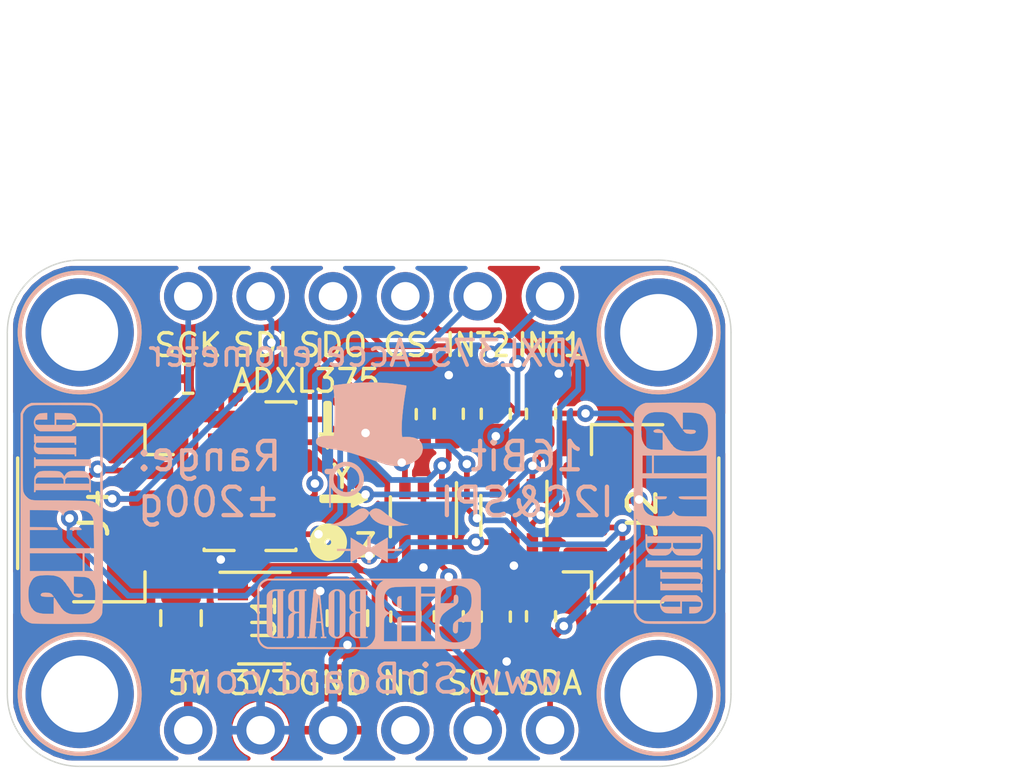
<source format=kicad_pcb>
(kicad_pcb (version 20171130) (host pcbnew "(5.1.2)-2")
  (title_block (title "ADXL375 Breakout with 5V Level Shift") (date 2020-03-11) (rev 1) (company SirBoard) (comment 1 "Digital 16 bit I2C/SPI Accelerometer") (comment 2 "Accelerometer: ±200g") (comment 3 "ADXL375 - SirBlue"))
  (layers (0 F.Cu signal) (31 B.Cu signal) (34 B.Paste user) (35 F.Paste user hide) (36 B.SilkS user hide) (37 F.SilkS user) (38 B.Mask user hide) (39 F.Mask user hide) (44 Edge.Cuts user))
  (net 0 "")
  (net 1 GND)
  (net 2 5V)
  (net 3 3V3)
  (net 4 "Net-(U1-Pad4)")
  (net 5 INT1)
  (net 6 SCL_5V)
  (net 7 SDA_3V3)
  (net 8 SDA_5V)
  (net 9 SCL_3V3)
  (net 10 CS_5V)
  (net 11 CS_3V3)
  (net 12 NC)
  (net 13 SDO_5V)
  (net 14 SDO_3V3)
  (net 15 INT2)
  (net 16 "Net-(U2-Pad10)")
  (module Package_LGA:LGA-14_3x5mm_P0.8mm_LayoutBorder1x6y (layer F.Cu) (at 61.0964 34.6644)
    (fp_text reference ADXL375 (at 1.9718 -3.3462) (layer F.SilkS) (effects (font (size 0.8 0.8) (thickness 0.12))))
    (fp_text value ADXL345)
    (pad 1 smd rect (at -1 -2) (size 0.95 0.6) (layers F.Cu F.Paste F.Mask) (net 3 3V3))
    (pad 2 smd rect (at -1 -1.2) (size 0.95 0.6) (layers F.Cu F.Paste F.Mask) (net 1 GND))
    (pad 3 smd rect (at -1 -0.4) (size 0.95 0.6) (layers F.Cu F.Paste F.Mask) (net 3 3V3))
    (pad 4 smd rect (at -1 0.4) (size 0.95 0.6) (layers F.Cu F.Paste F.Mask) (net 1 GND))
    (pad 5 smd rect (at -1 1.2) (size 0.95 0.6) (layers F.Cu F.Paste F.Mask) (net 1 GND))
    (pad 6 smd rect (at -1 2) (size 0.95 0.6) (layers F.Cu F.Paste F.Mask) (net 3 3V3))
    (pad 7 smd rect (at 0 2) (size 0.6 0.95) (layers F.Cu F.Paste F.Mask) (net 11 CS_3V3))
    (pad 8 smd rect (at 1 2) (size 0.95 0.6) (layers F.Cu F.Paste F.Mask) (net 5 INT1))
    (pad 9 smd rect (at 1 1.2) (size 0.95 0.6) (layers F.Cu F.Paste F.Mask) (net 15 INT2))
    (pad 10 smd rect (at 1 0.4) (size 0.95 0.6) (layers F.Cu F.Paste F.Mask) (net 16 "Net-(U2-Pad10)"))
    (pad 11 smd rect (at 1 -0.4) (size 0.95 0.6) (layers F.Cu F.Paste F.Mask) (net 1 GND))
    (pad 12 smd rect (at 1 -1.2) (size 0.95 0.6) (layers F.Cu F.Paste F.Mask) (net 14 SDO_3V3))
    (pad 13 smd rect (at 1 -2) (size 0.95 0.6) (layers F.Cu F.Paste F.Mask) (net 7 SDA_3V3))
    (pad 14 smd rect (at 0 -2) (size 0.6 0.95) (layers F.Cu F.Paste F.Mask) (net 9 SCL_3V3))
  )
  (module Capacitor_SMD:C_0603_1608Metric (layer F.Cu) (at 58.928 31.242 180)
    (fp_text reference C2 hide)
    (fp_text value 100nF)
    (pad 2 smd roundrect (at 0.7875 0 180) (size 0.875 0.95) (layers F.Cu F.Paste F.Mask) (net 1 GND))
    (pad 1 smd roundrect (at -0.7875 0 180) (size 0.875 0.95) (layers F.Cu F.Paste F.Mask) (net 3 3V3))
  )
  (module logo:SirBoard79x25 (layer B.Cu) (at 65.278 39.497 180)
    (fp_text reference G*** hide)
    (fp_text value LOGO hide)
  )
  (module logo:logo63x89 (layer B.Cu) (at 65.278 34.544 180)
    (fp_text reference G*** hide)
    (fp_text value LOGO hide)
  )
  (module logo:SirBlue78x29 (layer B.Cu) (at 76.0095 35.9664 270)
    (fp_text reference G*** hide)
    (fp_text value LOGO hide)
  )
  (module logo:SirBlue78x29 (layer B.Cu) (at 54.483 35.9664 90)
    (fp_text reference G*** hide)
    (fp_text value LOGO hide)
  )
  (module Connector_PinHeader_2.54mm:PinHeader_1x06_P2.54mm_Vertical (layer B.Cu) (at 58.928 28.3464 270)
    (fp_text reference J3 hide)
    (fp_text value Conn_01x06)
    (pad 1 thru_hole circle (at 0 0 270) (size 1.7 1.7) (drill 1) (layers *.Cu *.Mask) (net 6 SCL_5V))
    (pad 2 thru_hole oval (at 0 -2.54 270) (size 1.7 1.7) (drill 1) (layers *.Cu *.Mask) (net 8 SDA_5V))
    (pad 3 thru_hole oval (at 0 -5.08 270) (size 1.7 1.7) (drill 1) (layers *.Cu *.Mask) (net 13 SDO_5V))
    (pad 4 thru_hole oval (at 0 -7.62 270) (size 1.7 1.7) (drill 1) (layers *.Cu *.Mask) (net 10 CS_5V))
    (pad 5 thru_hole oval (at 0 -10.16 270) (size 1.7 1.7) (drill 1) (layers *.Cu *.Mask) (net 15 INT2))
    (pad 6 thru_hole oval (at 0 -12.7 270) (size 1.7 1.7) (drill 1) (layers *.Cu *.Mask) (net 5 INT1))
  )
  (module Connector_PinHeader_2.54mm:PinHeader_1x06_P2.54mm_Vertical (layer B.Cu) (at 58.928 43.5864 270)
    (fp_text reference J1 hide)
    (fp_text value Conn_01x06)
    (pad 6 thru_hole oval (at 0 -12.7 270) (size 1.7 1.7) (drill 1) (layers *.Cu *.Mask) (net 8 SDA_5V))
    (pad 5 thru_hole oval (at 0 -10.16 270) (size 1.7 1.7) (drill 1) (layers *.Cu *.Mask) (net 6 SCL_5V))
    (pad 4 thru_hole oval (at 0 -7.62 270) (size 1.7 1.7) (drill 1) (layers *.Cu *.Mask) (net 12 NC))
    (pad 3 thru_hole oval (at 0 -5.08 270) (size 1.7 1.7) (drill 1) (layers *.Cu *.Mask) (net 1 GND))
    (pad 2 thru_hole oval (at 0 -2.54 270) (size 1.7 1.7) (drill 1) (layers *.Cu *.Mask) (net 3 3V3))
    (pad 1 thru_hole circle (at 0 0 270) (size 1.7 1.7) (drill 1) (layers *.Cu *.Mask) (net 2 5V))
  )
  (module Package_TO_SOT_SMD:SOT-23-5 (layer F.Cu) (at 61.595 39.6494)
    (fp_text reference U1 (at 0 0 90) (layer F.SilkS) (effects (font (size 0.8 0.8) (thickness 0.12))))
    (fp_text value AP2127K-3.3)
    (pad 5 smd rect (at 1.1 -0.95) (size 1.06 0.65) (layers F.Cu F.Paste F.Mask) (net 3 3V3))
    (pad 4 smd rect (at 1.1 0.95) (size 1.06 0.65) (layers F.Cu F.Paste F.Mask) (net 4 "Net-(U1-Pad4)"))
    (pad 3 smd rect (at -1.1 0.95) (size 1.06 0.65) (layers F.Cu F.Paste F.Mask) (net 2 5V))
    (pad 2 smd rect (at -1.1 0) (size 1.06 0.65) (layers F.Cu F.Paste F.Mask) (net 1 GND))
    (pad 1 smd rect (at -1.1 -0.95) (size 1.06 0.65) (layers F.Cu F.Paste F.Mask) (net 2 5V))
  )
  (module Connector_JST:JST_SH_SM04B-SRSS-TB_1x04-1MP_P1.00mm_Horizontal (layer F.Cu) (at 55.626 35.9664 270)
    (fp_text reference J4 (at 0 0 270) (layer F.SilkS))
    (fp_text value Conn_01x04)
    (pad MP smd roundrect (at 2.8 1.875 270) (size 1.2 1.8) (layers F.Cu F.Paste F.Mask) (roundrect_rratio 0.208333))
    (pad MP smd roundrect (at -2.8 1.875 270) (size 1.2 1.8) (layers F.Cu F.Paste F.Mask) (roundrect_rratio 0.208333))
    (pad 4 smd roundrect (at 1.5 -2 270) (size 0.6 1.55) (layers F.Cu F.Paste F.Mask) (net 1 GND))
    (pad 3 smd roundrect (at 0.5 -2 270) (size 0.6 1.55) (layers F.Cu F.Paste F.Mask) (net 2 5V))
    (pad 2 smd roundrect (at -0.5 -2 270) (size 0.6 1.55) (layers F.Cu F.Paste F.Mask) (net 8 SDA_5V))
    (pad 1 smd roundrect (at -1.5 -2 270) (size 0.6 1.55) (layers F.Cu F.Paste F.Mask) (net 6 SCL_5V))
  )
  (module Connector_JST:JST_SH_SM04B-SRSS-TB_1x04-1MP_P1.00mm_Horizontal (layer F.Cu) (at 74.8665 35.9664 90)
    (fp_text reference J2 (at 0 0 90) (layer F.SilkS))
    (fp_text value Conn_01x04)
    (pad MP smd roundrect (at 2.8 1.875 90) (size 1.2 1.8) (layers F.Cu F.Paste F.Mask) (roundrect_rratio 0.208333))
    (pad MP smd roundrect (at -2.8 1.875 90) (size 1.2 1.8) (layers F.Cu F.Paste F.Mask) (roundrect_rratio 0.208333))
    (pad 4 smd roundrect (at 1.5 -2 90) (size 0.6 1.55) (layers F.Cu F.Paste F.Mask) (net 1 GND))
    (pad 3 smd roundrect (at 0.5 -2 90) (size 0.6 1.55) (layers F.Cu F.Paste F.Mask) (net 2 5V))
    (pad 2 smd roundrect (at -0.5 -2 90) (size 0.6 1.55) (layers F.Cu F.Paste F.Mask) (net 8 SDA_5V))
    (pad 1 smd roundrect (at -1.5 -2 90) (size 0.6 1.55) (layers F.Cu F.Paste F.Mask) (net 6 SCL_5V))
  )
  (module Capacitor_SMD:C_0805_2012Metric (layer F.Cu) (at 64.516 39.6494 270)
    (fp_text reference C4 hide)
    (fp_text value 10uF)
    (pad 2 smd roundrect (at 0.9375 0 270) (size 0.975 1.4) (layers F.Cu F.Paste F.Mask) (net 1 GND))
    (pad 1 smd roundrect (at -0.9375 0 270) (size 0.975 1.4) (layers F.Cu F.Paste F.Mask) (net 3 3V3))
  )
  (module Capacitor_SMD:C_0805_2012Metric (layer F.Cu) (at 58.674 39.6494 90)
    (fp_text reference C1 hide)
    (fp_text value 10uF)
    (pad 2 smd roundrect (at 0.9375 0 90) (size 0.975 1.4) (layers F.Cu F.Paste F.Mask) (net 1 GND))
    (pad 1 smd roundrect (at -0.9375 0 90) (size 0.975 1.4) (layers F.Cu F.Paste F.Mask) (net 2 5V))
  )
  (module SirBoardLibrary:MountingHole_M2.5_SirBoard (layer F.Cu) (at 55.118 42.3164 270)
    (fp_text reference H1 hide)
    (fp_text value MountingHole)
    (pad 1 thru_hole circle (at 0 0 270) (size 3.8 3.8) (drill 2.7) (layers *.Cu *.Mask))
  )
  (module SirBoardLibrary:MountingHole_M2.5_SirBoard (layer F.Cu) (at 55.118 29.6164 270)
    (fp_text reference H2 hide)
    (fp_text value MountingHole)
    (pad 1 thru_hole circle (at 0 0 270) (size 3.8 3.8) (drill 2.7) (layers *.Cu *.Mask))
  )
  (module SirBoardLibrary:MountingHole_M2.5_SirBoard (layer F.Cu) (at 75.438 42.3164 90)
    (fp_text reference H3 hide)
    (fp_text value MountingHole)
    (pad 1 thru_hole circle (at 0 0 90) (size 3.8 3.8) (drill 2.7) (layers *.Cu *.Mask))
  )
  (module SirBoardLibrary:MountingHole_M2.5_SirBoard (layer F.Cu) (at 75.438 29.6164 90)
    (fp_text reference H4 hide)
    (fp_text value MountingHole)
    (pad 1 thru_hole circle (at 0 0 90) (size 3.8 3.8) (drill 2.7) (layers *.Cu *.Mask))
  )
  (module Resistor_SMD:R_0603_1608Metric (layer F.Cu) (at 66.421 32.4866 270)
    (fp_text reference R8 hide)
    (fp_text value 10K)
    (pad 2 smd roundrect (at 0.7875 0 270) (size 0.875 0.95) (layers F.Cu F.Paste F.Mask) (net 8 SDA_5V))
    (pad 1 smd roundrect (at -0.7875 0 270) (size 0.875 0.95) (layers F.Cu F.Paste F.Mask) (net 2 5V))
  )
  (module Resistor_SMD:R_0603_1608Metric (layer F.Cu) (at 66.548 39.5986 270)
    (fp_text reference R7 hide)
    (fp_text value 10K)
    (pad 2 smd roundrect (at 0.7875 0 270) (size 0.875 0.95) (layers F.Cu F.Paste F.Mask) (net 3 3V3))
    (pad 1 smd roundrect (at -0.7875 0 270) (size 0.875 0.95) (layers F.Cu F.Paste F.Mask) (net 7 SDA_3V3))
  )
  (module Resistor_SMD:R_0603_1608Metric (layer F.Cu) (at 68.072 39.5859 90)
    (fp_text reference R6 hide)
    (fp_text value 10K)
    (pad 2 smd roundrect (at 0.7875 0 90) (size 0.875 0.95) (layers F.Cu F.Paste F.Mask) (net 6 SCL_5V))
    (pad 1 smd roundrect (at -0.7875 0 90) (size 0.875 0.95) (layers F.Cu F.Paste F.Mask) (net 2 5V))
  )
  (module Resistor_SMD:R_0603_1608Metric (layer F.Cu) (at 68.072 32.4739 90)
    (fp_text reference R5 hide)
    (fp_text value 10K)
    (pad 2 smd roundrect (at 0.7875 0 90) (size 0.875 0.95) (layers F.Cu F.Paste F.Mask) (net 3 3V3))
    (pad 1 smd roundrect (at -0.7875 0 90) (size 0.875 0.95) (layers F.Cu F.Paste F.Mask) (net 9 SCL_3V3))
  )
  (module Resistor_SMD:R_0603_1608Metric (layer F.Cu) (at 69.723 32.4739 270)
    (fp_text reference R4 hide)
    (fp_text value 10K)
    (pad 2 smd roundrect (at 0.7875 0 270) (size 0.875 0.95) (layers F.Cu F.Paste F.Mask) (net 10 CS_5V))
    (pad 1 smd roundrect (at -0.7875 0 270) (size 0.875 0.95) (layers F.Cu F.Paste F.Mask) (net 2 5V))
  )
  (module Resistor_SMD:R_0603_1608Metric (layer F.Cu) (at 69.723 39.5986 270)
    (fp_text reference R3 hide)
    (fp_text value 10K)
    (pad 2 smd roundrect (at 0.7875 0 270) (size 0.875 0.95) (layers F.Cu F.Paste F.Mask) (net 3 3V3))
    (pad 1 smd roundrect (at -0.7875 0 270) (size 0.875 0.95) (layers F.Cu F.Paste F.Mask) (net 11 CS_3V3))
  )
  (module Resistor_SMD:R_0603_1608Metric (layer F.Cu) (at 71.3105 39.5859 90)
    (fp_text reference R2 hide)
    (fp_text value 10K)
    (pad 2 smd roundrect (at 0.7875 0 90) (size 0.875 0.95) (layers F.Cu F.Paste F.Mask) (net 13 SDO_5V))
    (pad 1 smd roundrect (at -0.7875 0 90) (size 0.875 0.95) (layers F.Cu F.Paste F.Mask) (net 2 5V))
  )
  (module Resistor_SMD:R_0603_1608Metric (layer F.Cu) (at 71.3105 32.4739 90)
    (fp_text reference R1 hide)
    (fp_text value 10K)
    (pad 2 smd roundrect (at 0.7875 0 90) (size 0.875 0.95) (layers F.Cu F.Paste F.Mask) (net 3 3V3))
    (pad 1 smd roundrect (at -0.7875 0 90) (size 0.875 0.95) (layers F.Cu F.Paste F.Mask) (net 14 SDO_3V3))
  )
  (module Package_TO_SOT_SMD:SOT-363_SC-70-6 (layer F.Cu) (at 67.183 36.0934 270)
    (fp_text reference Q2 hide)
    (fp_text value BSS138DW)
    (pad 6 smd rect (at 0.95 -0.65 270) (size 0.65 0.4) (layers F.Cu F.Paste F.Mask) (net 6 SCL_5V))
    (pad 4 smd rect (at 0.95 0.65 270) (size 0.65 0.4) (layers F.Cu F.Paste F.Mask) (net 7 SDA_3V3))
    (pad 2 smd rect (at -0.95 0 270) (size 0.65 0.4) (layers F.Cu F.Paste F.Mask) (net 3 3V3))
    (pad 5 smd rect (at 0.95 0 270) (size 0.65 0.4) (layers F.Cu F.Paste F.Mask) (net 3 3V3))
    (pad 3 smd rect (at -0.95 0.65 270) (size 0.65 0.4) (layers F.Cu F.Paste F.Mask) (net 8 SDA_5V))
    (pad 1 smd rect (at -0.95 -0.65 270) (size 0.65 0.4) (layers F.Cu F.Paste F.Mask) (net 9 SCL_3V3))
  )
  (module Package_TO_SOT_SMD:SOT-363_SC-70-6 (layer F.Cu) (at 70.358 36.0426 270)
    (fp_text reference Q1 hide)
    (fp_text value BSS138DW)
    (pad 6 smd rect (at 0.95 -0.65 270) (size 0.65 0.4) (layers F.Cu F.Paste F.Mask) (net 13 SDO_5V))
    (pad 4 smd rect (at 0.95 0.65 270) (size 0.65 0.4) (layers F.Cu F.Paste F.Mask) (net 11 CS_3V3))
    (pad 2 smd rect (at -0.95 0 270) (size 0.65 0.4) (layers F.Cu F.Paste F.Mask) (net 3 3V3))
    (pad 5 smd rect (at 0.95 0 270) (size 0.65 0.4) (layers F.Cu F.Paste F.Mask) (net 3 3V3))
    (pad 3 smd rect (at -0.95 0.65 270) (size 0.65 0.4) (layers F.Cu F.Paste F.Mask) (net 10 CS_5V))
    (pad 1 smd rect (at -0.95 -0.65 270) (size 0.65 0.4) (layers F.Cu F.Paste F.Mask) (net 14 SDO_3V3))
  )
  (gr_line (start 65.1764 35.4584) (end 64.6938 35.7124) (layer F.SilkS) (width 0.12))
  (gr_line (start 65.1764 35.4584) (end 64.6938 35.179) (layer F.SilkS) (width 0.12))
  (gr_line (start 63.627 35.5092) (end 64.9986 35.5092) (layer F.SilkS) (width 0.2))
  (gr_line (start 63.627 35.4076) (end 64.9986 35.4076) (layer F.SilkS) (width 0.2))
  (gr_line (start 63.627 35.4584) (end 64.9986 35.4584) (layer F.SilkS) (width 0.2))
  (gr_line (start 64.6938 35.179) (end 64.6938 35.7124) (layer F.SilkS) (width 0.12))
  (gr_line (start 64.77 35.2552) (end 64.77 35.6362) (layer F.SilkS) (width 0.12))
  (gr_line (start 64.0207 33.2613) (end 63.6397 33.2613) (layer F.SilkS) (width 0.12))
  (gr_line (start 64.0969 33.1851) (end 63.5635 33.1851) (layer F.SilkS) (width 0.12))
  (gr_line (start 63.8175 32.1183) (end 63.8175 33.4899) (layer F.SilkS) (width 0.2))
  (gr_line (start 63.8683 32.1183) (end 63.8683 33.4899) (layer F.SilkS) (width 0.2))
  (gr_line (start 63.7667 32.1183) (end 63.7667 33.4899) (layer F.SilkS) (width 0.2))
  (gr_line (start 63.8175 33.6677) (end 64.0969 33.1851) (layer F.SilkS) (width 0.12))
  (gr_line (start 63.8175 33.6677) (end 63.5635 33.1851) (layer F.SilkS) (width 0.12))
  (gr_circle (center 63.8429 36.9824) (end 64.4017 36.9824) (layer F.SilkS) (width 0.2))
  (gr_circle (center 63.8429 36.9824) (end 63.9429 36.9824) (layer F.SilkS) (width 0.4))
  (gr_text X (at 64.7065 32.8422) (layer F.SilkS) (effects (font (size 0.8 0.8) (thickness 0.13))))
  (gr_text Z (at 65.151 37.0205 180) (layer F.SilkS) (effects (font (size 0.8 0.8) (thickness 0.13))))
  (gr_text Y (at 64.3255 34.6837) (layer F.SilkS) (effects (font (size 0.8 0.8) (thickness 0.13))))
  (gr_text "Range:\n±200g" (at 59.6646 34.7726) (layer B.SilkS) (effects (font (size 1 1)) (justify mirror)))
  (gr_text "ADXL375 Accelerometer" (at 65.278 30.353) (layer B.SilkS) (effects (font (size 0.9 0.87) (thickness 0.13)) (justify mirror)))
  (gr_text "16Bit\nI2C&SPI" (at 70.8152 34.7726) (layer B.SilkS) (effects (font (size 1 1)) (justify mirror)))
  (gr_text INT1 (at 71.628 30.0609) (layer F.SilkS) (effects (font (size 0.8 0.7) (thickness 0.12))))
  (gr_text INT2 (at 69.088 30.0609) (layer F.SilkS) (effects (font (size 0.8 0.7) (thickness 0.12))))
  (gr_text SCK (at 58.928 30.0609) (layer F.SilkS) (effects (font (size 0.8 0.8) (thickness 0.12))))
  (gr_text SDI (at 61.468 30.0609) (layer F.SilkS) (effects (font (size 0.8 0.8) (thickness 0.12))))
  (gr_text SDO (at 64.008 30.0609) (layer F.SilkS) (effects (font (size 0.8 0.8) (thickness 0.12))))
  (gr_text CS (at 66.548 30.0609) (layer F.SilkS) (effects (font (size 0.8 0.8) (thickness 0.12))))
  (gr_text 5V (at 58.928 41.9354) (layer F.SilkS) (effects (font (size 0.8 0.8) (thickness 0.12))))
  (gr_text 3V3 (at 61.468 41.9354) (layer F.SilkS) (effects (font (size 0.8 0.8) (thickness 0.12))))
  (gr_text GND (at 64.008 41.9354) (layer F.SilkS) (effects (font (size 0.8 0.8) (thickness 0.12))))
  (gr_text NC (at 66.548 41.9354) (layer F.SilkS) (effects (font (size 0.8 0.8) (thickness 0.12))))
  (gr_text SCL (at 69.088 41.9354) (layer F.SilkS) (effects (font (size 0.8 0.8) (thickness 0.12))))
  (gr_text SDA (at 71.628 41.9354) (layer F.SilkS) (effects (font (size 0.8 0.8) (thickness 0.12))))
  (gr_arc (start 55.118 29.6164) (end 55.118 27.0764) (angle -90) (layer Edge.Cuts) (width 0.05))
  (gr_arc (start 75.438 29.6164) (end 77.978 29.6164) (angle -90) (layer Edge.Cuts) (width 0.05))
  (gr_arc (start 75.438 42.3164) (end 75.438 44.8564) (angle -90) (layer Edge.Cuts) (width 0.05))
  (gr_arc (start 55.118 42.3164) (end 52.578 42.3164) (angle -90) (layer Edge.Cuts) (width 0.05))
  (gr_line (start 52.578 42.3164) (end 52.578 29.6164) (layer Edge.Cuts) (width 0.05))
  (gr_line (start 55.118 27.0764) (end 75.438 27.0764) (layer Edge.Cuts) (width 0.05))
  (gr_line (start 77.978 29.6164) (end 77.978 42.3164) (layer Edge.Cuts) (width 0.05))
  (gr_line (start 75.438 44.8564) (end 55.118 44.8564) (layer Edge.Cuts) (width 0.05))
  (gr_text www.SirBoard.com (at 65.278 41.783) (layer B.SilkS) (effects (font (size 1 1) (thickness 0.13)) (justify mirror)))
  (via (at 64.516 40.5892) (size 0.6) (drill 0.3) (layers F.Cu B.Cu) (net 1))
  (segment (start 64.008 41.0972) (end 64.516 40.5892) (width 0.3) (layer B.Cu) (net 1))
  (segment (start 64.008 43.5864) (end 64.008 41.0972) (width 0.3) (layer B.Cu) (net 1))
  (segment (start 60.087 35.071) (end 60.087 35.871) (width 0.2) (layer F.Cu) (net 1))
  (segment (start 60.762 35.071) (end 60.087 35.071) (width 0.2) (layer F.Cu) (net 1))
  (segment (start 61.087 34.746) (end 60.762 35.071) (width 0.2) (layer F.Cu) (net 1))
  (segment (start 60.087 33.471) (end 60.762 33.471) (width 0.2) (layer F.Cu) (net 1))
  (segment (start 60.762 33.471) (end 61.087 33.796) (width 0.2) (layer F.Cu) (net 1))
  (segment (start 61.106 34.271) (end 61.087 34.29) (width 0.2) (layer F.Cu) (net 1))
  (segment (start 62.087 34.271) (end 61.106 34.271) (width 0.2) (layer F.Cu) (net 1))
  (segment (start 61.087 33.796) (end 61.087 34.29) (width 0.2) (layer F.Cu) (net 1))
  (segment (start 61.087 34.29) (end 61.087 34.746) (width 0.2) (layer F.Cu) (net 1))
  (segment (start 58.674 40.5869) (end 58.674 41.7449) (width 0.3) (layer F.Cu) (net 2))
  (segment (start 58.928 41.9989) (end 58.928 43.5864) (width 0.3) (layer F.Cu) (net 2))
  (segment (start 58.674 41.7449) (end 58.928 41.9989) (width 0.3) (layer F.Cu) (net 2))
  (segment (start 58.6865 40.5994) (end 58.674 40.5869) (width 0.3) (layer F.Cu) (net 2))
  (segment (start 60.495 40.5994) (end 58.6865 40.5994) (width 0.3) (layer F.Cu) (net 2))
  (segment (start 61.2165 40.5994) (end 60.495 40.5994) (width 0.3) (layer F.Cu) (net 2))
  (segment (start 61.468 40.3479) (end 61.2165 40.5994) (width 0.3) (layer F.Cu) (net 2))
  (segment (start 61.468 38.9509) (end 61.468 40.3479) (width 0.3) (layer F.Cu) (net 2))
  (segment (start 60.495 38.6994) (end 61.2165 38.6994) (width 0.3) (layer F.Cu) (net 2))
  (segment (start 61.2165 38.6994) (end 61.468 38.9509) (width 0.3) (layer F.Cu) (net 2))
  (segment (start 70.848888 39.911788) (end 71.3105 40.3734) (width 0.2) (layer F.Cu) (net 2))
  (segment (start 70.523 39.5859) (end 70.848888 39.911788) (width 0.2) (layer F.Cu) (net 2))
  (segment (start 68.072 40.3734) (end 68.8595 39.5859) (width 0.2) (layer F.Cu) (net 2))
  (segment (start 68.8595 39.5859) (end 70.523 39.5859) (width 0.2) (layer F.Cu) (net 2))
  (segment (start 69.261388 32.148012) (end 69.723 31.6864) (width 0.2) (layer F.Cu) (net 2))
  (segment (start 68.9355 32.4739) (end 69.261388 32.148012) (width 0.2) (layer F.Cu) (net 2))
  (segment (start 66.421 31.6991) (end 67.1958 32.4739) (width 0.2) (layer F.Cu) (net 2))
  (segment (start 67.1958 32.4739) (end 68.9355 32.4739) (width 0.2) (layer F.Cu) (net 2))
  (segment (start 68.072 40.3734) (end 66.637 41.8084) (width 0.3) (layer F.Cu) (net 2))
  (segment (start 66.637 41.8084) (end 60.96 41.8084) (width 0.3) (layer F.Cu) (net 2))
  (segment (start 60.495 41.3434) (end 60.495 40.5994) (width 0.3) (layer F.Cu) (net 2))
  (segment (start 60.96 41.8084) (end 60.495 41.3434) (width 0.3) (layer F.Cu) (net 2))
  (via (at 72.1106 39.9288) (size 0.6) (drill 0.3) (layers F.Cu B.Cu) (net 2))
  (segment (start 71.3105 40.3734) (end 71.666 40.3734) (width 0.3) (layer F.Cu) (net 2))
  (segment (start 71.666 40.3734) (end 72.1106 39.9288) (width 0.3) (layer F.Cu) (net 2))
  (segment (start 72.1106 39.9288) (end 75.1078 36.9316) (width 0.3) (layer B.Cu) (net 2))
  (via (at 74.7522 35.4838) (size 0.6) (drill 0.3) (layers F.Cu B.Cu) (net 2))
  (segment (start 75.1078 36.9316) (end 75.1078 35.8394) (width 0.3) (layer B.Cu) (net 2))
  (segment (start 75.1078 35.8394) (end 74.7522 35.4838) (width 0.3) (layer B.Cu) (net 2))
  (segment (start 72.8839 35.4838) (end 72.8665 35.4664) (width 0.3) (layer F.Cu) (net 2))
  (segment (start 74.7522 35.4838) (end 72.8839 35.4838) (width 0.3) (layer F.Cu) (net 2))
  (segment (start 70.4978 32.4612) (end 72.8726 32.4612) (width 0.2) (layer F.Cu) (net 2))
  (segment (start 69.723 31.6864) (end 70.4978 32.4612) (width 0.2) (layer F.Cu) (net 2))
  (via (at 72.8726 32.4612) (size 0.6) (drill 0.3) (layers F.Cu B.Cu) (net 2))
  (segment (start 74.7522 33.1216) (end 74.7522 35.4838) (width 0.2) (layer B.Cu) (net 2))
  (segment (start 72.8726 32.4612) (end 74.0918 32.4612) (width 0.2) (layer B.Cu) (net 2))
  (segment (start 74.0918 32.4612) (end 74.7522 33.1216) (width 0.2) (layer B.Cu) (net 2))
  (segment (start 57.5541 40.5869) (end 58.674 40.5869) (width 0.3) (layer F.Cu) (net 2))
  (segment (start 55.7784 38.8112) (end 57.5541 40.5869) (width 0.3) (layer F.Cu) (net 2))
  (segment (start 55.7784 37.0586) (end 55.7784 38.8112) (width 0.3) (layer F.Cu) (net 2))
  (segment (start 57.626 36.4664) (end 56.3706 36.4664) (width 0.3) (layer F.Cu) (net 2))
  (segment (start 56.3706 36.4664) (end 55.7784 37.0586) (width 0.3) (layer F.Cu) (net 2))
  (segment (start 64.5035 38.6994) (end 64.516 38.7119) (width 0.3) (layer F.Cu) (net 3))
  (segment (start 62.695 38.6994) (end 63.561 38.6994) (width 0.3) (layer F.Cu) (net 3))
  (segment (start 63.561 38.6994) (end 64.5035 38.6994) (width 0.3) (layer F.Cu) (net 3))
  (via (at 63.561 38.6994) (size 0.6) (drill 0.3) (layers F.Cu B.Cu) (net 3))
  (segment (start 66.1902 40.3861) (end 66.548 40.3861) (width 0.2) (layer F.Cu) (net 3))
  (segment (start 64.516 38.7119) (end 66.1902 40.3861) (width 0.2) (layer F.Cu) (net 3))
  (segment (start 67.183 37.0434) (end 67.183 35.1434) (width 0.2) (layer F.Cu) (net 3))
  (segment (start 70.358 35.0926) (end 70.358 36.9926) (width 0.2) (layer F.Cu) (net 3))
  (via (at 67.183 37.8714) (size 0.6) (drill 0.3) (layers F.Cu B.Cu) (net 3))
  (segment (start 67.183 37.0434) (end 67.183 37.8714) (width 0.2) (layer F.Cu) (net 3))
  (via (at 70.358 37.8079) (size 0.6) (drill 0.3) (layers F.Cu B.Cu) (net 3))
  (segment (start 70.358 36.9926) (end 70.358 37.8079) (width 0.2) (layer F.Cu) (net 3))
  (via (at 70.104 41.1734) (size 0.6) (drill 0.3) (layers F.Cu B.Cu) (net 3))
  (segment (start 69.723 40.3861) (end 69.723 40.7924) (width 0.2) (layer F.Cu) (net 3))
  (segment (start 69.723 40.7924) (end 70.104 41.1734) (width 0.2) (layer F.Cu) (net 3))
  (via (at 71.9328 31.0642) (size 0.6) (drill 0.3) (layers F.Cu B.Cu) (net 3))
  (segment (start 71.3105 31.6864) (end 71.3106 31.6864) (width 0.3) (layer F.Cu) (net 3))
  (segment (start 71.3106 31.6864) (end 71.9328 31.0642) (width 0.3) (layer F.Cu) (net 3))
  (segment (start 60.087 31.6135) (end 59.7155 31.242) (width 0.2) (layer F.Cu) (net 3))
  (segment (start 60.087 32.671) (end 60.087 31.6135) (width 0.2) (layer F.Cu) (net 3))
  (segment (start 59.182 34.041) (end 59.412 34.271) (width 0.2) (layer F.Cu) (net 3))
  (segment (start 59.182 32.901) (end 59.182 34.041) (width 0.2) (layer F.Cu) (net 3))
  (segment (start 60.087 32.671) (end 59.412 32.671) (width 0.2) (layer F.Cu) (net 3))
  (segment (start 59.412 32.671) (end 59.182 32.901) (width 0.2) (layer F.Cu) (net 3))
  (segment (start 59.412 34.271) (end 60.087 34.271) (width 0.2) (layer F.Cu) (net 3))
  (segment (start 59.182 34.501) (end 59.412 34.271) (width 0.2) (layer F.Cu) (net 3))
  (segment (start 59.182 36.441) (end 59.182 34.501) (width 0.2) (layer F.Cu) (net 3))
  (segment (start 60.087 36.671) (end 59.412 36.671) (width 0.2) (layer F.Cu) (net 3))
  (segment (start 59.412 36.671) (end 59.182 36.441) (width 0.2) (layer F.Cu) (net 3))
  (via (at 60.071 37.592) (size 0.6) (drill 0.3) (layers F.Cu B.Cu) (net 3))
  (segment (start 60.087 36.671) (end 60.087 37.576) (width 0.2) (layer F.Cu) (net 3))
  (segment (start 60.087 37.576) (end 60.071 37.592) (width 0.2) (layer F.Cu) (net 3))
  (segment (start 68.072 31.115004) (end 68.071996 31.115) (width 0.3) (layer F.Cu) (net 3))
  (segment (start 68.072 31.6864) (end 68.072 31.115004) (width 0.3) (layer F.Cu) (net 3))
  (via (at 68.071996 31.115) (size 0.6) (drill 0.3) (layers F.Cu B.Cu) (net 3))
  (via (at 63.5 36.703) (size 0.6) (drill 0.3) (layers F.Cu B.Cu) (net 5))
  (segment (start 62.119 36.703) (end 62.087 36.671) (width 0.2) (layer F.Cu) (net 5))
  (segment (start 63.5 36.703) (end 62.119 36.703) (width 0.2) (layer F.Cu) (net 5))
  (segment (start 67.419038 30.734) (end 65.532 30.734) (width 0.2) (layer B.Cu) (net 5))
  (segment (start 65.532 30.734) (end 64.262 32.004) (width 0.2) (layer B.Cu) (net 5))
  (segment (start 63.799999 36.403001) (end 63.5 36.703) (width 0.2) (layer B.Cu) (net 5))
  (segment (start 71.628 28.3464) (end 70.2564 29.718) (width 0.2) (layer B.Cu) (net 5))
  (segment (start 68.435038 29.718) (end 67.419038 30.734) (width 0.2) (layer B.Cu) (net 5))
  (segment (start 70.2564 29.718) (end 68.435038 29.718) (width 0.2) (layer B.Cu) (net 5))
  (segment (start 64.262 32.004) (end 64.262 35.941) (width 0.2) (layer B.Cu) (net 5))
  (segment (start 64.262 35.941) (end 63.799999 36.403001) (width 0.2) (layer B.Cu) (net 5))
  (segment (start 67.833 37.0434) (end 67.833 37.8229) (width 0.2) (layer F.Cu) (net 6))
  (segment (start 68.072 38.0619) (end 68.072 38.7984) (width 0.2) (layer F.Cu) (net 6))
  (segment (start 67.833 37.8229) (end 68.072 38.0619) (width 0.2) (layer F.Cu) (net 6))
  (via (at 68.072 38.2016) (size 0.6) (drill 0.3) (layers F.Cu B.Cu) (net 6))
  (segment (start 68.072 38.0619) (end 68.071994 38.061906) (width 0.2) (layer F.Cu) (net 6))
  (segment (start 70.9676 41.7068) (end 69.088 43.5864) (width 0.2) (layer F.Cu) (net 6))
  (segment (start 71.628 41.7068) (end 70.9676 41.7068) (width 0.2) (layer F.Cu) (net 6))
  (segment (start 73.152 40.1828) (end 71.628 41.7068) (width 0.2) (layer F.Cu) (net 6))
  (segment (start 72.8665 37.4664) (end 73.152 37.7519) (width 0.2) (layer F.Cu) (net 6))
  (segment (start 73.152 37.7519) (end 73.152 40.1828) (width 0.2) (layer F.Cu) (net 6))
  (via (at 54.7624 36.1442) (size 0.6) (drill 0.3) (layers F.Cu B.Cu) (net 6))
  (segment (start 54.7624 35.3822) (end 54.7624 36.1442) (width 0.2) (layer F.Cu) (net 6))
  (segment (start 57.626 34.4664) (end 55.6782 34.4664) (width 0.2) (layer F.Cu) (net 6))
  (segment (start 55.6782 34.4664) (end 54.7624 35.3822) (width 0.2) (layer F.Cu) (net 6))
  (segment (start 68.072 38.7984) (end 68.072 38.2016) (width 0.2) (layer B.Cu) (net 6))
  (segment (start 66.361641 39.657959) (end 67.212441 39.657959) (width 0.2) (layer B.Cu) (net 6))
  (segment (start 67.212441 39.657959) (end 68.072 38.7984) (width 0.2) (layer B.Cu) (net 6))
  (segment (start 67.216959 39.657959) (end 66.361641 39.657959) (width 0.2) (layer B.Cu) (net 6))
  (segment (start 69.088 43.5864) (end 69.088 41.529) (width 0.2) (layer B.Cu) (net 6))
  (segment (start 69.088 41.529) (end 67.216959 39.657959) (width 0.2) (layer B.Cu) (net 6))
  (via (at 55.753 34.417) (size 0.6) (drill 0.3) (layers F.Cu B.Cu) (net 6))
  (segment (start 56.261 34.417) (end 55.753 34.417) (width 0.2) (layer B.Cu) (net 6))
  (segment (start 58.928 28.3464) (end 58.928 31.75) (width 0.2) (layer B.Cu) (net 6))
  (segment (start 58.928 31.75) (end 56.261 34.417) (width 0.2) (layer B.Cu) (net 6))
  (segment (start 64.638581 37.9349) (end 66.361641 39.657959) (width 0.2) (layer B.Cu) (net 6))
  (segment (start 61.8871 37.9349) (end 64.638581 37.9349) (width 0.2) (layer B.Cu) (net 6))
  (segment (start 60.96 38.862) (end 61.8871 37.9349) (width 0.2) (layer B.Cu) (net 6))
  (segment (start 56.8198 38.862) (end 60.96 38.862) (width 0.2) (layer B.Cu) (net 6))
  (segment (start 54.7624 36.1442) (end 54.7624 36.8046) (width 0.2) (layer B.Cu) (net 6))
  (segment (start 54.7624 36.8046) (end 56.8198 38.862) (width 0.2) (layer B.Cu) (net 6))
  (segment (start 66.533 38.7961) (end 66.548 38.8111) (width 0.2) (layer F.Cu) (net 7))
  (segment (start 66.533 37.0434) (end 66.533 38.7961) (width 0.2) (layer F.Cu) (net 7))
  (segment (start 66.533 36.2689) (end 66.533 37.0434) (width 0.2) (layer F.Cu) (net 7))
  (segment (start 65.913 35.6489) (end 66.533 36.2689) (width 0.2) (layer F.Cu) (net 7))
  (segment (start 65.913 34.925) (end 65.913 35.6489) (width 0.2) (layer F.Cu) (net 7))
  (segment (start 62.087 32.671) (end 63.659 32.671) (width 0.2) (layer F.Cu) (net 7))
  (segment (start 63.659 32.671) (end 65.913 34.925) (width 0.2) (layer F.Cu) (net 7))
  (segment (start 66.421 33.2741) (end 66.421 34.1884) (width 0.2) (layer F.Cu) (net 8))
  (segment (start 66.533 34.3004) (end 66.533 35.1434) (width 0.2) (layer F.Cu) (net 8))
  (segment (start 66.421 34.1884) (end 66.533 34.3004) (width 0.2) (layer F.Cu) (net 8))
  (segment (start 66.421 34.1884) (end 66.421 34.1884) (width 0.2) (layer F.Cu) (net 8))
  (via (at 66.421 34.1884) (size 0.6) (drill 0.3) (layers F.Cu B.Cu) (net 8))
  (segment (start 66.421 34.1884) (end 67.0052 33.6042) (width 0.2) (layer B.Cu) (net 8))
  (via (at 68.707 34.2392) (size 0.6) (drill 0.3) (layers F.Cu B.Cu) (net 8))
  (segment (start 67.0052 33.6042) (end 68.072 33.6042) (width 0.2) (layer B.Cu) (net 8))
  (segment (start 68.072 33.6042) (end 68.707 34.2392) (width 0.2) (layer B.Cu) (net 8))
  (via (at 69.0626 36.1442) (size 0.6) (drill 0.3) (layers F.Cu B.Cu) (net 8))
  (via (at 74.168 36.4744) (size 0.6) (drill 0.3) (layers F.Cu B.Cu) (net 8))
  (segment (start 74.16 36.4664) (end 72.8665 36.4664) (width 0.2) (layer F.Cu) (net 8))
  (segment (start 74.168 36.4744) (end 74.16 36.4664) (width 0.2) (layer F.Cu) (net 8))
  (segment (start 73.5838 37.0586) (end 74.168 36.4744) (width 0.2) (layer B.Cu) (net 8))
  (segment (start 70.9168 37.0586) (end 73.5838 37.0586) (width 0.2) (layer B.Cu) (net 8))
  (segment (start 70.073799 36.215599) (end 70.9168 37.0586) (width 0.2) (layer B.Cu) (net 8))
  (segment (start 69.0626 36.1442) (end 69.133999 36.215599) (width 0.2) (layer B.Cu) (net 8))
  (segment (start 69.133999 36.215599) (end 70.073799 36.215599) (width 0.2) (layer B.Cu) (net 8))
  (segment (start 68.707 35.7886) (end 69.0626 36.1442) (width 0.2) (layer F.Cu) (net 8))
  (segment (start 68.707 34.2392) (end 68.707 35.7886) (width 0.2) (layer F.Cu) (net 8))
  (segment (start 74.168 39.637844) (end 74.168 36.4744) (width 0.2) (layer F.Cu) (net 8))
  (segment (start 71.628 43.5864) (end 71.628 42.177844) (width 0.2) (layer F.Cu) (net 8))
  (segment (start 71.628 42.177844) (end 74.168 39.637844) (width 0.2) (layer F.Cu) (net 8))
  (segment (start 57.626 35.4664) (end 56.269 35.4664) (width 0.2) (layer F.Cu) (net 8))
  (segment (start 56.269 35.4664) (end 56.261 35.4584) (width 0.2) (layer F.Cu) (net 8))
  (via (at 56.261 35.4584) (size 0.6) (drill 0.3) (layers F.Cu B.Cu) (net 8))
  (via (at 61.849 29.972) (size 0.6) (drill 0.3) (layers F.Cu B.Cu) (net 8))
  (segment (start 61.849 30.098996) (end 61.848996 30.099) (width 0.2) (layer B.Cu) (net 8))
  (segment (start 61.849 29.21) (end 61.849 30.098996) (width 0.2) (layer B.Cu) (net 8))
  (segment (start 61.468 28.3464) (end 61.468 28.829) (width 0.2) (layer B.Cu) (net 8))
  (segment (start 61.468 28.829) (end 61.849 29.21) (width 0.2) (layer B.Cu) (net 8))
  (segment (start 57.133532 35.4584) (end 56.261 35.4584) (width 0.2) (layer B.Cu) (net 8))
  (segment (start 61.849 30.742932) (end 57.133532 35.4584) (width 0.2) (layer B.Cu) (net 8))
  (segment (start 61.848996 30.099) (end 61.849 30.099004) (width 0.2) (layer B.Cu) (net 8))
  (segment (start 61.849 30.099004) (end 61.849 30.742932) (width 0.2) (layer B.Cu) (net 8))
  (segment (start 63.1189 29.972) (end 61.849 29.972) (width 0.2) (layer F.Cu) (net 8))
  (segment (start 66.421 33.2741) (end 63.1189 29.972) (width 0.2) (layer F.Cu) (net 8))
  (segment (start 68.072 33.2614) (end 68.072 34.0614) (width 0.2) (layer F.Cu) (net 9))
  (segment (start 67.833 34.3004) (end 67.833 35.1434) (width 0.2) (layer F.Cu) (net 9))
  (segment (start 68.072 34.0614) (end 67.833 34.3004) (width 0.2) (layer F.Cu) (net 9))
  (segment (start 67.833 34.3004) (end 67.833 34.3004) (width 0.2) (layer F.Cu) (net 9))
  (via (at 67.833 34.3004) (size 0.6) (drill 0.3) (layers F.Cu B.Cu) (net 9))
  (segment (start 61.087 31.996) (end 61.206 31.877) (width 0.2) (layer F.Cu) (net 9))
  (segment (start 61.087 32.671) (end 61.087 31.996) (width 0.2) (layer F.Cu) (net 9))
  (via (at 65.151 33.147) (size 0.6) (drill 0.3) (layers F.Cu B.Cu) (net 9))
  (segment (start 61.206 31.877) (end 63.881 31.877) (width 0.2) (layer F.Cu) (net 9))
  (segment (start 63.881 31.877) (end 65.151 33.147) (width 0.2) (layer F.Cu) (net 9))
  (segment (start 65.151 33.147) (end 65.151 33.909) (width 0.2) (layer B.Cu) (net 9))
  (segment (start 65.151 33.909) (end 66.04 34.798) (width 0.2) (layer B.Cu) (net 9))
  (segment (start 67.3354 34.798) (end 67.833 34.3004) (width 0.2) (layer B.Cu) (net 9))
  (segment (start 66.04 34.798) (end 67.3354 34.798) (width 0.2) (layer B.Cu) (net 9))
  (segment (start 69.723 35.0776) (end 69.708 35.0926) (width 0.2) (layer F.Cu) (net 10))
  (segment (start 69.723 33.2614) (end 69.723 35.0776) (width 0.2) (layer F.Cu) (net 10))
  (via (at 69.723 33.2614) (size 0.6) (drill 0.3) (layers F.Cu B.Cu) (net 10))
  (segment (start 70.485 30.7086) (end 70.485 32.4994) (width 0.2) (layer B.Cu) (net 10))
  (segment (start 70.485 32.4994) (end 69.723 33.2614) (width 0.2) (layer B.Cu) (net 10))
  (segment (start 70.485 30.2006) (end 70.485 30.7086) (width 0.2) (layer F.Cu) (net 10))
  (segment (start 69.8246 29.5402) (end 70.485 30.2006) (width 0.2) (layer F.Cu) (net 10))
  (segment (start 66.548 28.3464) (end 67.7418 29.5402) (width 0.2) (layer F.Cu) (net 10))
  (segment (start 67.7418 29.5402) (end 69.8246 29.5402) (width 0.2) (layer F.Cu) (net 10))
  (segment (start 70.485 30.7086) (end 70.485 30.7086) (width 0.2) (layer F.Cu) (net 10))
  (via (at 70.485 30.7086) (size 0.6) (drill 0.3) (layers F.Cu B.Cu) (net 10))
  (segment (start 69.708 38.7961) (end 69.723 38.8111) (width 0.2) (layer F.Cu) (net 11))
  (segment (start 69.708 36.9926) (end 69.708 38.7961) (width 0.2) (layer F.Cu) (net 11))
  (via (at 69.0245 36.9824) (size 0.6) (drill 0.3) (layers F.Cu B.Cu) (net 11))
  (segment (start 69.6978 36.9824) (end 69.708 36.9926) (width 0.2) (layer F.Cu) (net 11))
  (segment (start 69.0245 36.9824) (end 69.6978 36.9824) (width 0.2) (layer F.Cu) (net 11))
  (segment (start 61.087 37.346) (end 61.206 37.465) (width 0.2) (layer F.Cu) (net 11))
  (segment (start 61.087 36.671) (end 61.087 37.346) (width 0.2) (layer F.Cu) (net 11))
  (via (at 65.278 37.465) (size 0.6) (drill 0.3) (layers F.Cu B.Cu) (net 11))
  (segment (start 61.206 37.465) (end 65.278 37.465) (width 0.2) (layer F.Cu) (net 11))
  (segment (start 65.278 37.465) (end 66.167 37.465) (width 0.2) (layer B.Cu) (net 11))
  (segment (start 66.6496 36.9824) (end 69.0245 36.9824) (width 0.2) (layer B.Cu) (net 11))
  (segment (start 66.167 37.465) (end 66.6496 36.9824) (width 0.2) (layer B.Cu) (net 11))
  (segment (start 71.008 36.9926) (end 71.008 37.8864) (width 0.2) (layer F.Cu) (net 13))
  (segment (start 71.3105 38.1889) (end 71.3105 38.7984) (width 0.2) (layer F.Cu) (net 13))
  (segment (start 71.008 37.8864) (end 71.3105 38.1889) (width 0.2) (layer F.Cu) (net 13))
  (via (at 71.2978 36.0426) (size 0.6) (drill 0.3) (layers F.Cu B.Cu) (net 13))
  (segment (start 71.008 36.9926) (end 71.008 36.3324) (width 0.2) (layer F.Cu) (net 13))
  (segment (start 71.008 36.3324) (end 71.2978 36.0426) (width 0.2) (layer F.Cu) (net 13))
  (via (at 69.545202 30.378402) (size 0.6) (drill 0.3) (layers F.Cu B.Cu) (net 13))
  (segment (start 69.845201 30.078403) (end 72.013803 30.078403) (width 0.2) (layer B.Cu) (net 13))
  (segment (start 69.545202 30.378402) (end 69.845201 30.078403) (width 0.2) (layer B.Cu) (net 13))
  (segment (start 72.013803 30.078403) (end 72.6186 30.6832) (width 0.2) (layer B.Cu) (net 13))
  (segment (start 72.6186 30.6832) (end 72.6186 31.623) (width 0.2) (layer B.Cu) (net 13))
  (segment (start 72.6186 31.623) (end 71.9582 32.2834) (width 0.2) (layer B.Cu) (net 13))
  (segment (start 71.9582 35.3822) (end 71.2978 36.0426) (width 0.2) (layer B.Cu) (net 13))
  (segment (start 71.9582 32.2834) (end 71.9582 35.3822) (width 0.2) (layer B.Cu) (net 13))
  (segment (start 69.2658 30.099) (end 69.545202 30.378402) (width 0.2) (layer F.Cu) (net 13))
  (segment (start 64.008 28.3464) (end 65.7606 30.099) (width 0.2) (layer F.Cu) (net 13))
  (segment (start 65.7606 30.099) (end 69.2658 30.099) (width 0.2) (layer F.Cu) (net 13))
  (segment (start 71.3105 33.2614) (end 71.3105 33.9979) (width 0.2) (layer F.Cu) (net 14))
  (segment (start 71.008 34.3004) (end 71.008 35.0926) (width 0.2) (layer F.Cu) (net 14))
  (segment (start 71.3105 33.9979) (end 71.008 34.3004) (width 0.2) (layer F.Cu) (net 14))
  (via (at 65.151 35.306) (size 0.6) (drill 0.3) (layers F.Cu B.Cu) (net 14))
  (segment (start 62.087 33.471) (end 63.316 33.471) (width 0.2) (layer F.Cu) (net 14))
  (segment (start 63.316 33.471) (end 65.151 35.306) (width 0.2) (layer F.Cu) (net 14))
  (via (at 71.008 34.3004) (size 0.6) (drill 0.3) (layers F.Cu B.Cu) (net 14))
  (segment (start 65.151 35.306) (end 70.0024 35.306) (width 0.2) (layer B.Cu) (net 14))
  (segment (start 70.0024 35.306) (end 71.008 34.3004) (width 0.2) (layer B.Cu) (net 14))
  (segment (start 67.3735 30.0609) (end 69.088 28.3464) (width 0.2) (layer B.Cu) (net 15))
  (segment (start 64.4525 30.0609) (end 67.3735 30.0609) (width 0.2) (layer B.Cu) (net 15))
  (segment (start 63.373 34.925) (end 63.373 31.1404) (width 0.2) (layer B.Cu) (net 15))
  (segment (start 63.373 31.1404) (end 64.4525 30.0609) (width 0.2) (layer B.Cu) (net 15))
  (via (at 63.373 34.925) (size 0.6) (drill 0.3) (layers F.Cu B.Cu) (net 15))
  (segment (start 63.373 35.306) (end 63.373 34.925) (width 0.2) (layer F.Cu) (net 15))
  (segment (start 62.087 35.871) (end 62.808 35.871) (width 0.2) (layer F.Cu) (net 15))
  (segment (start 62.808 35.871) (end 63.373 35.306) (width 0.2) (layer F.Cu) (net 15))
  (zone (net 3) (net_name 3V3) (layer B.Cu) (connect_pads (clearance 0.15)) (min_thickness 0.15) (fill yes (arc_segments 32) (thermal_gap 0.2) (thermal_bridge_width 0.3))
    (polygon (pts (xy 52.7812 27.2796) (xy 77.7748 27.2796) (xy 77.7748 44.6532) (xy 52.7812 44.6532)))
  )
  (zone (net 1) (net_name GND) (layer F.Cu) (connect_pads (clearance 0.15)) (min_thickness 0.15) (fill yes (arc_segments 32) (thermal_gap 0.2) (thermal_bridge_width 0.3))
    (polygon (pts (xy 52.7812 27.2796) (xy 77.7748 27.2796) (xy 77.7748 44.6532) (xy 52.7812 44.6532)))
  )
)
</source>
